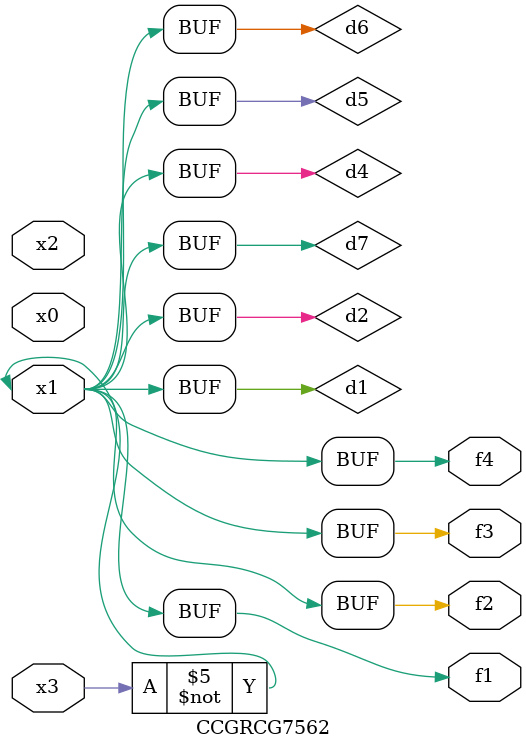
<source format=v>
module CCGRCG7562(
	input x0, x1, x2, x3,
	output f1, f2, f3, f4
);

	wire d1, d2, d3, d4, d5, d6, d7;

	not (d1, x3);
	buf (d2, x1);
	xnor (d3, d1, d2);
	nor (d4, d1);
	buf (d5, d1, d2);
	buf (d6, d4, d5);
	nand (d7, d4);
	assign f1 = d6;
	assign f2 = d7;
	assign f3 = d6;
	assign f4 = d6;
endmodule

</source>
